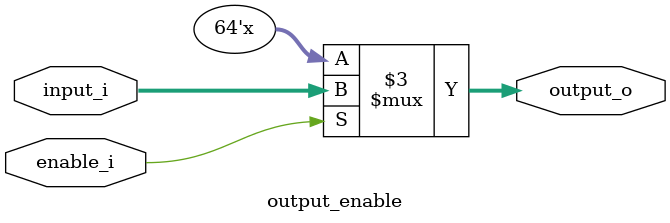
<source format=v>
module output_enable (
  input [63:0] input_i,

  input enable_i,

  output reg [63:0] output_o
);

always @(*) begin
  if (enable_i)
    output_o = input_i;
  else
    output_o = 64'bZZZZZZZZZZZZZZZZZZZZZZZZZZZZZZZZZZZZZZZZZZZZZZZZZZZZZZZZZZZZZZZZ;
end

endmodule

</source>
